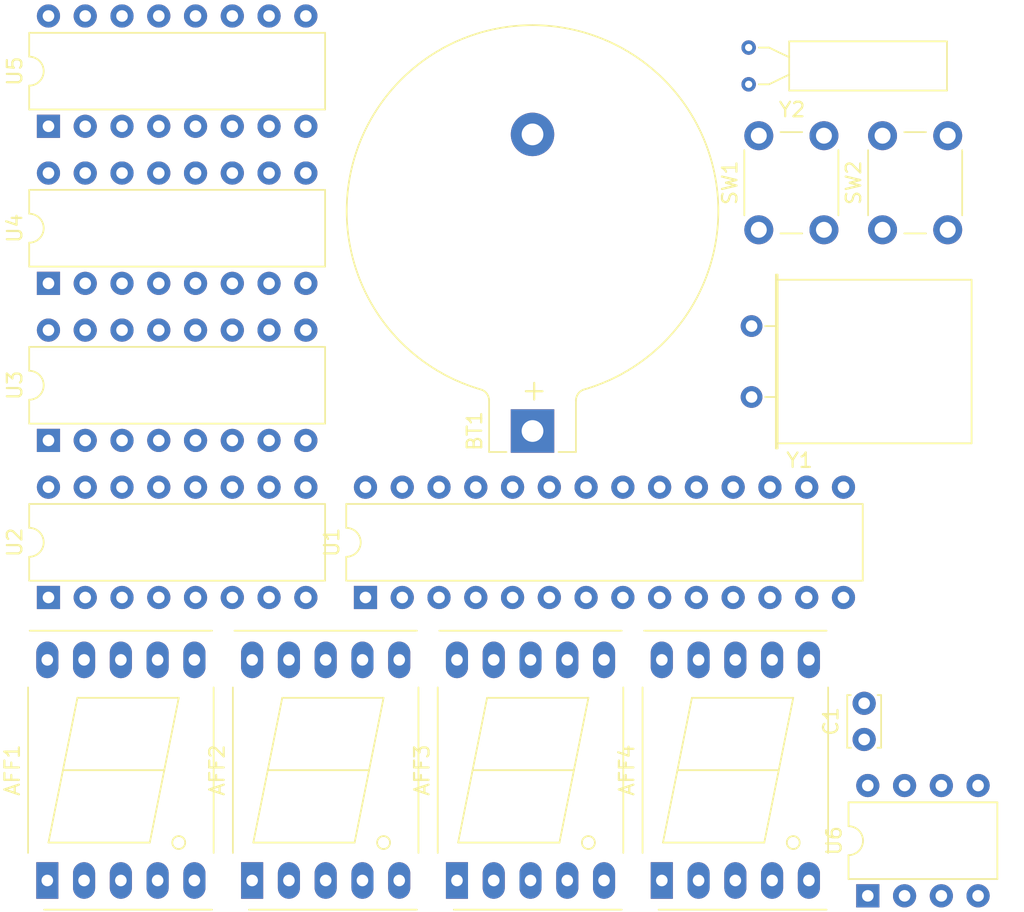
<source format=kicad_pcb>
(kicad_pcb (version 20221018) (generator pcbnew)
  (layers (0 "F.Cu" signal) (31 "B.Cu" signal) (34 "B.Paste" user) (35 "F.Paste" user) (36 "B.SilkS" user "B.Silkscreen") (37 "F.SilkS" user "F.Silkscreen") (38 "B.Mask" user) (39 "F.Mask" user) (44 "Edge.Cuts" user))
  (net 0 "")
  (net 1 "QE1")
  (net 2 "QD1")
  (net 4 "QC1")
  (net 6 "QB1")
  (net 7 "QA1")
  (net 8 "VCC")
  (net 9 "QF1")
  (net 10 "QG1")
  (net 11 "QE2")
  (net 12 "QD2")
  (net 14 "QC2")
  (net 16 "QB2")
  (net 17 "QA2")
  (net 18 "QF2")
  (net 19 "QG2")
  (net 20 "QE3")
  (net 21 "QD3")
  (net 23 "QC3")
  (net 25 "QB3")
  (net 26 "QA3")
  (net 27 "QF3")
  (net 28 "QG3")
  (net 29 "QE4")
  (net 30 "QD4")
  (net 32 "QC4")
  (net 34 "QB4")
  (net 35 "QA4")
  (net 36 "QF4")
  (net 37 "QG4")
  (net 38 "Net-(BT1-+)")
  (net 39 "GND")
  (net 40 "/AREF")
  (net 41 "buttonPowerPin")
  (net 42 "buttonDisplayPin")
  (net 44 "/D0")
  (net 45 "/D1")
  (net 46 "CE")
  (net 47 "IO")
  (net 48 "SCL")
  (net 49 "Net-(U1-XTAL1{slash}PB6)")
  (net 50 "Net-(U1-XTAL2{slash}PB7)")
  (net 51 "/D5")
  (net 52 "LATCH_PIN")
  (net 53 "/D9")
  (net 54 "/D10")
  (net 55 "DATA_PIN")
  (net 56 "CLK_PIN")
  (net 57 "/D13")
  (net 65 "DATA2")
  (net 66 "DATA1")
  (net 68 "DATA3")
  (net 72 "Net-(U6-X1)")
  (net 73 "Net-(U6-X2)")
  (net 74 "SCLK")
  (footprint "Package_DIP:DIP-8_W7.62mm" (layer "F.Cu") (at 160.591571 117.018429 90)
    (fp_text reference "U6" (at 3.81 -2.33 90) (layer "F.SilkS"))
    (fp_text value "DS1302+")
    (fp_line (start 1.16 -1.33) (end 1.16 8.95) (stroke (width 0.12)) (layer "F.SilkS"))
    (fp_line (start 1.16 8.95) (end 6.46 8.95) (stroke (width 0.12)) (layer "F.SilkS"))
    (fp_line (start 2.81 -1.33) (end 1.16 -1.33) (stroke (width 0.12)) (layer "F.SilkS"))
    (fp_line (start 6.46 -1.33) (end 4.81 -1.33) (stroke (width 0.12)) (layer "F.SilkS"))
    (fp_line (start 6.46 8.95) (end 6.46 -1.33) (stroke (width 0.12)) (layer "F.SilkS"))
    (fp_arc (start 4.81 -1.33) (mid 3.81 -0.33) (end 2.81 -1.33) (stroke (width 0.12)) (layer "F.SilkS"))
    (pad "1" thru_hole rect (at 0 0 90) (size 1.6 1.6) (drill 0.8) (layers "*.Cu" "*.Mask") (net 8 "VCC"))
    (pad "2" thru_hole oval (at 0 2.54 90) (size 1.6 1.6) (drill 0.8) (layers "*.Cu" "*.Mask") (net 72 "Net-(U6-X1)"))
    (pad "3" thru_hole oval (at 0 5.08 90) (size 1.6 1.6) (drill 0.8) (layers "*.Cu" "*.Mask") (net 73 "Net-(U6-X2)"))
    (pad "4" thru_hole oval (at 0 7.62 90) (size 1.6 1.6) (drill 0.8) (layers "*.Cu" "*.Mask") (net 39 "GND"))
    (pad "5" thru_hole oval (at 7.62 7.62 90) (size 1.6 1.6) (drill 0.8) (layers "*.Cu" "*.Mask") (net 46 "CE"))
    (pad "6" thru_hole oval (at 7.62 5.08 90) (size 1.6 1.6) (drill 0.8) (layers "*.Cu" "*.Mask") (net 47 "IO"))
    (pad "7" thru_hole oval (at 7.62 2.54 90) (size 1.6 1.6) (drill 0.8) (layers "*.Cu" "*.Mask") (net 74 "SCLK"))
    (pad "8" thru_hole oval (at 7.62 0 90) (size 1.6 1.6) (drill 0.8) (layers "*.Cu" "*.Mask") (net 38 "Net-(BT1-+)"))
  )
  (footprint "Crystal:Crystal_HC18-U_Horizontal" (layer "F.Cu") (at 152.561571 82.558429 90)
    (fp_text reference "Y1" (at -4.375 3.3125) (layer "F.SilkS"))
    (fp_text value "Crystal")
    (fp_line (start -3.55 1.68) (end 8.45 1.68) (stroke (width 0.12)) (layer "F.SilkS"))
    (fp_line (start -3.55 1.8) (end -3.55 1.68) (stroke (width 0.12)) (layer "F.SilkS"))
    (fp_line (start -3.2 1.8) (end -3.2 15.2) (stroke (width 0.12)) (layer "F.SilkS"))
    (fp_line (start -3.2 15.2) (end 8.1 15.2) (stroke (width 0.12)) (layer "F.SilkS"))
    (fp_line (start 0 0.95) (end 0 0.95) (stroke (width 0.12)) (layer "F.SilkS"))
    (fp_line (start 0 1.8) (end 0 0.95) (stroke (width 0.12)) (layer "F.SilkS"))
    (fp_line (start 4.9 0.95) (end 4.9 0.95) (stroke (width 0.12)) (layer "F.SilkS"))
    (fp_line (start 4.9 1.8) (end 4.9 0.95) (stroke (width 0.12)) (layer "F.SilkS"))
    (fp_line (start 8.1 1.8) (end -3.2 1.8) (stroke (width 0.12)) (layer "F.SilkS"))
    (fp_line (start 8.1 15.2) (end 8.1 1.8) (stroke (width 0.12)) (layer "F.SilkS"))
    (fp_line (start 8.45 1.68) (end 8.45 1.8) (stroke (width 0.12)) (layer "F.SilkS"))
    (fp_line (start 8.45 1.8) (end -3.55 1.8) (stroke (width 0.12)) (layer "F.SilkS"))
    (pad "1" thru_hole circle (at 0 0 90) (size 1.5 1.5) (drill 0.8) (layers "*.Cu" "*.Mask") (net 49 "Net-(U1-XTAL1{slash}PB6)"))
    (pad "2" thru_hole circle (at 4.9 0 90) (size 1.5 1.5) (drill 0.8) (layers "*.Cu" "*.Mask") (net 50 "Net-(U1-XTAL2{slash}PB7)"))
  )
  (footprint "Display_7Segment:7SegmentLED_LTS6760_LTS6780" (layer "F.Cu") (at 132.211571 115.958429 90)
    (fp_text reference "AFF3" (at 7.62 -2.42 90) (layer "F.SilkS"))
    (fp_text value "LTS-6960HR")
    (fp_line (start -2.015 -0.22) (end -2.015 11.38) (stroke (width 0.12)) (layer "F.SilkS"))
    (fp_line (start 1.905 -1.33) (end 13.335 -1.33) (stroke (width 0.12)) (layer "F.SilkS"))
    (fp_line (start 1.905 11.49) (end 13.335 11.49) (stroke (width 0.12)) (layer "F.SilkS"))
    (fp_line (start 2.62 0.08) (end 2.62 7.08) (stroke (width 0.12)) (layer "F.SilkS"))
    (fp_line (start 2.62 7.08) (end 7.62 8.08) (stroke (width 0.12)) (layer "F.SilkS"))
    (fp_line (start 7.62 1.08) (end 2.62 0.08) (stroke (width 0.12)) (layer "F.SilkS"))
    (fp_line (start 7.62 8.08) (end 7.62 1.08) (stroke (width 0.12)) (layer "F.SilkS"))
    (fp_line (start 12.62 2.08) (end 7.62 1.08) (stroke (width 0.12)) (layer "F.SilkS"))
    (fp_line (start 12.62 2.08) (end 12.62 9.08) (stroke (width 0.12)) (layer "F.SilkS"))
    (fp_line (start 12.62 9.08) (end 7.62 8.08) (stroke (width 0.12)) (layer "F.SilkS"))
    (fp_line (start 17.255 11.38) (end 17.255 -1.22) (stroke (width 0.12)) (layer "F.SilkS"))
    (fp_circle (center 2.62 9.08) (end 3.067214 9.08) (stroke (width 0.12)) (fill none) (layer "F.SilkS"))
    (pad "1" thru_hole rect (at 0 0) (size 1.524 2.524) (drill 0.8) (layers "*.Cu" "*.Mask") (net 20 "QE3"))
    (pad "2" thru_hole oval (at 0 2.54) (size 1.524 2.524) (drill 0.8) (layers "*.Cu" "*.Mask") (net 21 "QD3"))
    (pad "3" thru_hole oval (at 0 5.08) (size 1.524 2.524) (drill 0.8) (layers "*.Cu" "*.Mask"))
    (pad "4" thru_hole oval (at 0 7.62) (size 1.524 2.524) (drill 0.8) (layers "*.Cu" "*.Mask") (net 23 "QC3"))
    (pad "5" thru_hole oval (at 0 10.16) (size 1.524 2.524) (drill 0.8) (layers "*.Cu" "*.Mask"))
    (pad "6" thru_hole oval (at 15.24 10.16) (size 1.524 2.524) (drill 0.8) (layers "*.Cu" "*.Mask") (net 25 "QB3"))
    (pad "7" thru_hole oval (at 15.24 7.62) (size 1.524 2.524) (drill 0.8) (layers "*.Cu" "*.Mask") (net 26 "QA3"))
    (pad "8" thru_hole oval (at 15.24 5.08) (size 1.524 2.524) (drill 0.8) (layers "*.Cu" "*.Mask") (net 8 "VCC"))
    (pad "9" thru_hole oval (at 15.24 2.54) (size 1.524 2.524) (drill 0.8) (layers "*.Cu" "*.Mask") (net 27 "QF3"))
    (pad "10" thru_hole oval (at 15.24 0) (size 1.524 2.524) (drill 0.8) (layers "*.Cu" "*.Mask") (net 28 "QG3"))
  )
  (footprint "Button_Switch_THT:SW_PUSH_6mm_H8mm" (layer "F.Cu") (at 161.611571 71.008429 90)
    (fp_text reference "SW2" (at 3.25 -2 90) (layer "F.SilkS"))
    (fp_text value "SW_Push")
    (fp_line (start -0.25 1.5) (end -0.25 3) (stroke (width 0.12)) (layer "F.SilkS"))
    (fp_line (start 1 5.5) (end 5.5 5.5) (stroke (width 0.12)) (layer "F.SilkS"))
    (fp_line (start 5.5 -1) (end 1 -1) (stroke (width 0.12)) (layer "F.SilkS"))
    (fp_line (start 6.75 3) (end 6.75 1.5) (stroke (width 0.12)) (layer "F.SilkS"))
    (pad "1" thru_hole circle (at 0 0 180) (size 2 2) (drill 1.1) (layers "*.Cu" "*.Mask") (net 39 "GND"))
    (pad "1" thru_hole circle (at 6.5 0 180) (size 2 2) (drill 1.1) (layers "*.Cu" "*.Mask") (net 39 "GND"))
    (pad "2" thru_hole circle (at 0 4.5 180) (size 2 2) (drill 1.1) (layers "*.Cu" "*.Mask") (net 42 "buttonDisplayPin"))
    (pad "2" thru_hole circle (at 6.5 4.5 180) (size 2 2) (drill 1.1) (layers "*.Cu" "*.Mask") (net 42 "buttonDisplayPin"))
  )
  (footprint "Crystal:Crystal_AT310_D3.0mm_L10.0mm_Horizontal" (layer "F.Cu") (at 152.361571 60.958429 90)
    (fp_text reference "Y2" (at -1.75 3) (layer "F.SilkS"))
    (fp_text value "Crystal")
    (fp_line (start -0.43 2.8) (end -0.43 13.7) (stroke (width 0.12)) (layer "F.SilkS"))
    (fp_line (start -0.43 13.7) (end 2.97 13.7) (stroke (width 0.12)) (layer "F.SilkS"))
    (fp_line (start 0 1.4) (end 0 0.7) (stroke (width 0.12)) (layer "F.SilkS"))
    (fp_line (start 0.67 2.8) (end 0 1.4) (stroke (width 0.12)) (layer "F.SilkS"))
    (fp_line (start 1.87 2.8) (end 2.54 1.4) (stroke (width 0.12)) (layer "F.SilkS"))
    (fp_line (start 2.54 1.4) (end 2.54 0.7) (stroke (width 0.12)) (layer "F.SilkS"))
    (fp_line (start 2.97 2.8) (end -0.43 2.8) (stroke (width 0.12)) (layer "F.SilkS"))
    (fp_line (start 2.97 13.7) (end 2.97 2.8) (stroke (width 0.12)) (layer "F.SilkS"))
    (pad "1" thru_hole circle (at 0 0 90) (size 1 1) (drill 0.5) (layers "*.Cu" "*.Mask") (net 73 "Net-(U6-X2)"))
    (pad "2" thru_hole circle (at 2.54 0 90) (size 1 1) (drill 0.5) (layers "*.Cu" "*.Mask") (net 72 "Net-(U6-X1)"))
  )
  (footprint "Package_DIP:DIP-16_W7.62mm" (layer "F.Cu") (at 103.991571 74.708429 90)
    (fp_text reference "U4" (at 3.81 -2.33 90) (layer "F.SilkS"))
    (fp_text value "74HC595")
    (fp_line (start 1.16 -1.33) (end 1.16 19.11) (stroke (width 0.12)) (layer "F.SilkS"))
    (fp_line (start 1.16 19.11) (end 6.46 19.11) (stroke (width 0.12)) (layer "F.SilkS"))
    (fp_line (start 2.81 -1.33) (end 1.16 -1.33) (stroke (width 0.12)) (layer "F.SilkS"))
    (fp_line (start 6.46 -1.33) (end 4.81 -1.33) (stroke (width 0.12)) (layer "F.SilkS"))
    (fp_line (start 6.46 19.11) (end 6.46 -1.33) (stroke (width 0.12)) (layer "F.SilkS"))
    (fp_arc (start 4.81 -1.33) (mid 3.81 -0.33) (end 2.81 -1.33) (stroke (width 0.12)) (layer "F.SilkS"))
    (pad "1" thru_hole rect (at 0 0 90) (size 1.6 1.6) (drill 0.8) (layers "*.Cu" "*.Mask") (net 6 "QB1"))
    (pad "2" thru_hole oval (at 0 2.54 90) (size 1.6 1.6) (drill 0.8) (layers "*.Cu" "*.Mask") (net 4 "QC1"))
    (pad "3" thru_hole oval (at 0 5.08 90) (size 1.6 1.6) (drill 0.8) (layers "*.Cu" "*.Mask") (net 2 "QD1"))
    (pad "4" thru_hole oval (at 0 7.62 90) (size 1.6 1.6) (drill 0.8) (layers "*.Cu" "*.Mask") (net 1 "QE1"))
    (pad "5" thru_hole oval (at 0 10.16 90) (size 1.6 1.6) (drill 0.8) (layers "*.Cu" "*.Mask") (net 9 "QF1"))
    (pad "6" thru_hole oval (at 0 12.7 90) (size 1.6 1.6) (drill 0.8) (layers "*.Cu" "*.Mask") (net 10 "QG1"))
    (pad "7" thru_hole oval (at 0 15.24 90) (size 1.6 1.6) (drill 0.8) (layers "*.Cu" "*.Mask"))
    (pad "8" thru_hole oval (at 0 17.78 90) (size 1.6 1.6) (drill 0.8) (layers "*.Cu" "*.Mask") (net 39 "GND"))
    (pad "9" thru_hole oval (at 7.62 17.78 90) (size 1.6 1.6) (drill 0.8) (layers "*.Cu" "*.Mask"))
    (pad "10" thru_hole oval (at 7.62 15.24 90) (size 1.6 1.6) (drill 0.8) (layers "*.Cu" "*.Mask") (net 8 "VCC"))
    (pad "11" thru_hole oval (at 7.62 12.7 90) (size 1.6 1.6) (drill 0.8) (layers "*.Cu" "*.Mask") (net 56 "CLK_PIN"))
    (pad "12" thru_hole oval (at 7.62 10.16 90) (size 1.6 1.6) (drill 0.8) (layers "*.Cu" "*.Mask") (net 56 "CLK_PIN"))
    (pad "13" thru_hole oval (at 7.62 7.62 90) (size 1.6 1.6) (drill 0.8) (layers "*.Cu" "*.Mask") (net 39 "GND"))
    (pad "14" thru_hole oval (at 7.62 5.08 90) (size 1.6 1.6) (drill 0.8) (layers "*.Cu" "*.Mask") (net 68 "DATA3"))
    (pad "15" thru_hole oval (at 7.62 2.54 90) (size 1.6 1.6) (drill 0.8) (layers "*.Cu" "*.Mask") (net 7 "QA1"))
    (pad "16" thru_hole oval (at 7.62 0 90) (size 1.6 1.6) (drill 0.8) (layers "*.Cu" "*.Mask") (net 8 "VCC"))
  )
  (footprint "Package_DIP:DIP-16_W7.62mm" (layer "F.Cu") (at 103.991571 63.858429 90)
    (fp_text reference "U5" (at 3.81 -2.33 90) (layer "F.SilkS"))
    (fp_text value "74HC595")
    (fp_line (start 1.16 -1.33) (end 1.16 19.11) (stroke (width 0.12)) (layer "F.SilkS"))
    (fp_line (start 1.16 19.11) (end 6.46 19.11) (stroke (width 0.12)) (layer "F.SilkS"))
    (fp_line (start 2.81 -1.33) (end 1.16 -1.33) (stroke (width 0.12)) (layer "F.SilkS"))
    (fp_line (start 6.46 -1.33) (end 4.81 -1.33) (stroke (width 0.12)) (layer "F.SilkS"))
    (fp_line (start 6.46 19.11) (end 6.46 -1.33) (stroke (width 0.12)) (layer "F.SilkS"))
    (fp_arc (start 4.81 -1.33) (mid 3.81 -0.33) (end 2.81 -1.33) (stroke (width 0.12)) (layer "F.SilkS"))
    (pad "1" thru_hole rect (at 0 0 90) (size 1.6 1.6) (drill 0.8) (layers "*.Cu" "*.Mask") (net 34 "QB4"))
    (pad "2" thru_hole oval (at 0 2.54 90) (size 1.6 1.6) (drill 0.8) (layers "*.Cu" "*.Mask") (net 32 "QC4"))
    (pad "3" thru_hole oval (at 0 5.08 90) (size 1.6 1.6) (drill 0.8) (layers "*.Cu" "*.Mask") (net 30 "QD4"))
    (pad "4" thru_hole oval (at 0 7.62 90) (size 1.6 1.6) (drill 0.8) (layers "*.Cu" "*.Mask") (net 29 "QE4"))
    (pad "5" thru_hole oval (at 0 10.16 90) (size 1.6 1.6) (drill 0.8) (layers "*.Cu" "*.Mask") (net 36 "QF4"))
    (pad "6" thru_hole oval (at 0 12.7 90) (size 1.6 1.6) (drill 0.8) (layers "*.Cu" "*.Mask") (net 37 "QG4"))
    (pad "7" thru_hole oval (at 0 15.24 90) (size 1.6 1.6) (drill 0.8) (layers "*.Cu" "*.Mask"))
    (pad "8" thru_hole oval (at 0 17.78 90) (size 1.6 1.6) (drill 0.8) (layers "*.Cu" "*.Mask") (net 39 "GND"))
    (pad "9" thru_hole oval (at 7.62 17.78 90) (size 1.6 1.6) (drill 0.8) (layers "*.Cu" "*.Mask") (net 66 "DATA1"))
    (pad "10" thru_hole oval (at 7.62 15.24 90) (size 1.6 1.6) (drill 0.8) (layers "*.Cu" "*.Mask") (net 8 "VCC"))
    (pad "11" thru_hole oval (at 7.62 12.7 90) (size 1.6 1.6) (drill 0.8) (layers "*.Cu" "*.Mask") (net 56 "CLK_PIN"))
    (pad "12" thru_hole oval (at 7.62 10.16 90) (size 1.6 1.6) (drill 0.8) (layers "*.Cu" "*.Mask") (net 52 "LATCH_PIN"))
    (pad "13" thru_hole oval (at 7.62 7.62 90) (size 1.6 1.6) (drill 0.8) (layers "*.Cu" "*.Mask") (net 39 "GND"))
    (pad "14" thru_hole oval (at 7.62 5.08 90) (size 1.6 1.6) (drill 0.8) (layers "*.Cu" "*.Mask") (net 55 "DATA_PIN"))
    (pad "15" thru_hole oval (at 7.62 2.54 90) (size 1.6 1.6) (drill 0.8) (layers "*.Cu" "*.Mask") (net 35 "QA4"))
    (pad "16" thru_hole oval (at 7.62 0 90) (size 1.6 1.6) (drill 0.8) (layers "*.Cu" "*.Mask") (net 8 "VCC"))
  )
  (footprint "Button_Switch_THT:SW_PUSH_6mm_H8mm" (layer "F.Cu") (at 153.061571 71.008429 90)
    (fp_text reference "SW1" (at 3.25 -2 90) (layer "F.SilkS"))
    (fp_text value "SW_Push")
    (fp_line (start -0.25 1.5) (end -0.25 3) (stroke (width 0.12)) (layer "F.SilkS"))
    (fp_line (start 1 5.5) (end 5.5 5.5) (stroke (width 0.12)) (layer "F.SilkS"))
    (fp_line (start 5.5 -1) (end 1 -1) (stroke (width 0.12)) (layer "F.SilkS"))
    (fp_line (start 6.75 3) (end 6.75 1.5) (stroke (width 0.12)) (layer "F.SilkS"))
    (pad "1" thru_hole circle (at 0 0 180) (size 2 2) (drill 1.1) (layers "*.Cu" "*.Mask") (net 39 "GND"))
    (pad "1" thru_hole circle (at 6.5 0 180) (size 2 2) (drill 1.1) (layers "*.Cu" "*.Mask") (net 39 "GND"))
    (pad "2" thru_hole circle (at 0 4.5 180) (size 2 2) (drill 1.1) (layers "*.Cu" "*.Mask") (net 41 "buttonPowerPin"))
    (pad "2" thru_hole circle (at 6.5 4.5 180) (size 2 2) (drill 1.1) (layers "*.Cu" "*.Mask") (net 41 "buttonPowerPin"))
  )
  (footprint "Capacitor_THT:C_Disc_D3.4mm_W2.1mm_P2.50mm" (layer "F.Cu") (at 160.341571 106.218429 90)
    (fp_text reference "C1" (at 1.25 -2.3 90) (layer "F.SilkS"))
    (fp_text value "0.1uF")
    (fp_line (start -0.57 -1.17) (end -0.57 -0.925) (stroke (width 0.12)) (layer "F.SilkS"))
    (fp_line (start -0.57 -1.17) (end 3.07 -1.17) (stroke (width 0.12)) (layer "F.SilkS"))
    (fp_line (start -0.57 0.925) (end -0.57 1.17) (stroke (width 0.12)) (layer "F.SilkS"))
    (fp_line (start -0.57 1.17) (end 3.07 1.17) (stroke (width 0.12)) (layer "F.SilkS"))
    (fp_line (start 3.07 -1.17) (end 3.07 -0.925) (stroke (width 0.12)) (layer "F.SilkS"))
    (fp_line (start 3.07 0.925) (end 3.07 1.17) (stroke (width 0.12)) (layer "F.SilkS"))
    (pad "1" thru_hole circle (at 0 0 90) (size 1.6 1.6) (drill 0.8) (layers "*.Cu" "*.Mask") (net 40 "/AREF"))
    (pad "2" thru_hole circle (at 2.5 0 90) (size 1.6 1.6) (drill 0.8) (layers "*.Cu" "*.Mask") (net 39 "GND"))
  )
  (footprint "Display_7Segment:7SegmentLED_LTS6760_LTS6780" (layer "F.Cu") (at 103.911571 115.958429 90)
    (fp_text reference "AFF1" (at 7.62 -2.42 90) (layer "F.SilkS"))
    (fp_text value "LTS-6960HR")
    (fp_line (start -2.015 -0.22) (end -2.015 11.38) (stroke (width 0.12)) (layer "F.SilkS"))
    (fp_line (start 1.905 -1.33) (end 13.335 -1.33) (stroke (width 0.12)) (layer "F.SilkS"))
    (fp_line (start 1.905 11.49) (end 13.335 11.49) (stroke (width 0.12)) (layer "F.SilkS"))
    (fp_line (start 2.62 0.08) (end 2.62 7.08) (stroke (width 0.12)) (layer "F.SilkS"))
    (fp_line (start 2.62 7.08) (end 7.62 8.08) (stroke (width 0.12)) (layer "F.SilkS"))
    (fp_line (start 7.62 1.08) (end 2.62 0.08) (stroke (width 0.12)) (layer "F.SilkS"))
    (fp_line (start 7.62 8.08) (end 7.62 1.08) (stroke (width 0.12)) (layer "F.SilkS"))
    (fp_line (start 12.62 2.08) (end 7.62 1.08) (stroke (width 0.12)) (layer "F.SilkS"))
    (fp_line (start 12.62 2.08) (end 12.62 9.08) (stroke (width 0.12)) (layer "F.SilkS"))
    (fp_line (start 12.62 9.08) (end 7.62 8.08) (stroke (width 0.12)) (layer "F.SilkS"))
    (fp_line (start 17.255 11.38) (end 17.255 -1.22) (stroke (width 0.12)) (layer "F.SilkS"))
    (fp_circle (center 2.62 9.08) (end 3.067214 9.08) (stroke (width 0.12)) (fill none) (layer "F.SilkS"))
    (pad "1" thru_hole rect (at 0 0) (size 1.524 2.524) (drill 0.8) (layers "*.Cu" "*.Mask") (net 1 "QE1"))
    (pad "2" thru_hole oval (at 0 2.54) (size 1.524 2.524) (drill 0.8) (layers "*.Cu" "*.Mask") (net 2 "QD1"))
    (pad "3" thru_hole oval (at 0 5.08) (size 1.524 2.524) (drill 0.8) (layers "*.Cu" "*.Mask"))
    (pad "4" thru_hole oval (at 0 7.62) (size 1.524 2.524) (drill 0.8) (layers "*.Cu" "*.Mask") (net 4 "QC1"))
    (pad "5" thru_hole oval (at 0 10.16) (size 1.524 2.524) (drill 0.8) (layers "*.Cu" "*.Mask"))
    (pad "6" thru_hole oval (at 15.24 10.16) (size 1.524 2.524) (drill 0.8) (layers "*.Cu" "*.Mask") (net 6 "QB1"))
    (pad "7" thru_hole oval (at 15.24 7.62) (size 1.524 2.524) (drill 0.8) (layers "*.Cu" "*.Mask") (net 7 "QA1"))
    (pad "8" thru_hole oval (at 15.24 5.08) (size 1.524 2.524) (drill 0.8) (layers "*.Cu" "*.Mask") (net 8 "VCC"))
    (pad "9" thru_hole oval (at 15.24 2.54) (size 1.524 2.524) (drill 0.8) (layers "*.Cu" "*.Mask") (net 9 "QF1"))
    (pad "10" thru_hole oval (at 15.24 0) (size 1.524 2.524) (drill 0.8) (layers "*.Cu" "*.Mask") (net 10 "QG1"))
  )
  (footprint "Package_DIP:DIP-28_W7.62mm" (layer "F.Cu") (at 125.891571 96.408429 90)
    (fp_text reference "U1" (at 3.81 -2.33 90) (layer "F.SilkS"))
    (fp_text value "ATmega328P-P")
    (fp_line (start 1.16 -1.33) (end 1.16 34.35) (stroke (width 0.12)) (layer "F.SilkS"))
    (fp_line (start 1.16 34.35) (end 6.46 34.35) (stroke (width 0.12)) (layer "F.SilkS"))
    (fp_line (start 2.81 -1.33) (end 1.16 -1.33) (stroke (width 0.12)) (layer "F.SilkS"))
    (fp_line (start 6.46 -1.33) (end 4.81 -1.33) (stroke (width 0.12)) (layer "F.SilkS"))
    (fp_line (start 6.46 34.35) (end 6.46 -1.33) (stroke (width 0.12)) (layer "F.SilkS"))
    (fp_arc (start 4.81 -1.33) (mid 3.81 -0.33) (end 2.81 -1.33) (stroke (width 0.12)) (layer "F.SilkS"))
    (pad "1" thru_hole rect (at 0 0 90) (size 1.6 1.6) (drill 0.8) (layers "*.Cu" "*.Mask"))
    (pad "2" thru_hole oval (at 0 2.54 90) (size 1.6 1.6) (drill 0.8) (layers "*.Cu" "*.Mask") (net 44 "/D0"))
    (pad "3" thru_hole oval (at 0 5.08 90) (size 1.6 1.6) (drill 0.8) (layers "*.Cu" "*.Mask") (net 45 "/D1"))
    (pad "4" thru_hole oval (at 0 7.62 90) (size 1.6 1.6) (drill 0.8) (layers "*.Cu" "*.Mask") (net 46 "CE"))
    (pad "5" thru_hole oval (at 0 10.16 90) (size 1.6 1.6) (drill 0.8) (layers "*.Cu" "*.Mask") (net 47 "IO"))
    (pad "6" thru_hole oval (at 0 12.7 90) (size 1.6 1.6) (drill 0.8) (layers "*.Cu" "*.Mask") (net 48 "SCL"))
    (pad "7" thru_hole oval (at 0 15.24 90) (size 1.6 1.6) (drill 0.8) (layers "*.Cu" "*.Mask") (net 8 "VCC"))
    (pad "8" thru_hole oval (at 0 17.78 90) (size 1.6 1.6) (drill 0.8) (layers "*.Cu" "*.Mask") (net 39 "GND"))
    (pad "9" thru_hole oval (at 0 20.32 90) (size 1.6 1.6) (drill 0.8) (layers "*.Cu" "*.Mask") (net 49 "Net-(U1-XTAL1{slash}PB6)"))
    (pad "10" thru_hole oval (at 0 22.86 90) (size 1.6 1.6) (drill 0.8) (layers "*.Cu" "*.Mask") (net 50 "Net-(U1-XTAL2{slash}PB7)"))
    (pad "11" thru_hole oval (at 0 25.4 90) (size 1.6 1.6) (drill 0.8) (layers "*.Cu" "*.Mask") (net 51 "/D5"))
    (pad "12" thru_hole oval (at 0 27.94 90) (size 1.6 1.6) (drill 0.8) (layers "*.Cu" "*.Mask") (net 42 "buttonDisplayPin"))
    (pad "13" thru_hole oval (at 0 30.48 90) (size 1.6 1.6) (drill 0.8) (layers "*.Cu" "*.Mask") (net 41 "buttonPowerPin"))
    (pad "14" thru_hole oval (at 0 33.02 90) (size 1.6 1.6) (drill 0.8) (layers "*.Cu" "*.Mask") (net 52 "LATCH_PIN"))
    (pad "15" thru_hole oval (at 7.62 33.02 90) (size 1.6 1.6) (drill 0.8) (layers "*.Cu" "*.Mask") (net 53 "/D9"))
    (pad "16" thru_hole oval (at 7.62 30.48 90) (size 1.6 1.6) (drill 0.8) (layers "*.Cu" "*.Mask") (net 54 "/D10"))
    (pad "17" thru_hole oval (at 7.62 27.94 90) (size 1.6 1.6) (drill 0.8) (layers "*.Cu" "*.Mask") (net 55 "DATA_PIN"))
    (pad "18" thru_hole oval (at 7.62 25.4 90) (size 1.6 1.6) (drill 0.8) (layers "*.Cu" "*.Mask") (net 56 "CLK_PIN"))
    (pad "19" thru_hole oval (at 7.62 22.86 90) (size 1.6 1.6) (drill 0.8) (layers "*.Cu" "*.Mask") (net 57 "/D13"))
    (pad "20" thru_hole oval (at 7.62 20.32 90) (size 1.6 1.6) (drill 0.8) (layers "*.Cu" "*.Mask") (net 8 "VCC"))
    (pad "21" thru_hole oval (at 7.62 17.78 90) (size 1.6 1.6) (drill 0.8) (layers "*.Cu" "*.Mask") (net 40 "/AREF"))
    (pad "22" thru_hole oval (at 7.62 15.24 90) (size 1.6 1.6) (drill 0.8) (layers "*.Cu" "*.Mask") (net 39 "GND"))
    (pad "23" thru_hole oval (at 7.62 12.7 90) (size 1.6 1.6) (drill 0.8) (layers "*.Cu" "*.Mask"))
    (pad "24" thru_hole oval (at 7.62 10.16 90) (size 1.6 1.6) (drill 0.8) (layers "*.Cu" "*.Mask"))
    (pad "25" thru_hole oval (at 7.62 7.62 90) (size 1.6 1.6) (drill 0.8) (layers "*.Cu" "*.Mask"))
    (pad "26" thru_hole oval (at 7.62 5.08 90) (size 1.6 1.6) (drill 0.8) (layers "*.Cu" "*.Mask"))
    (pad "27" thru_hole oval (at 7.62 2.54 90) (size 1.6 1.6) (drill 0.8) (layers "*.Cu" "*.Mask"))
    (pad "28" thru_hole oval (at 7.62 0 90) (size 1.6 1.6) (drill 0.8) (layers "*.Cu" "*.Mask"))
  )
  (footprint "Package_DIP:DIP-16_W7.62mm" (layer "F.Cu") (at 103.991571 96.408429 90)
    (fp_text reference "U2" (at 3.81 -2.33 90) (layer "F.SilkS"))
    (fp_text value "74HC595")
    (fp_line (start 1.16 -1.33) (end 1.16 19.11) (stroke (width 0.12)) (layer "F.SilkS"))
    (fp_line (start 1.16 19.11) (end 6.46 19.11) (stroke (width 0.12)) (layer "F.SilkS"))
    (fp_line (start 2.81 -1.33) (end 1.16 -1.33) (stroke (width 0.12)) (layer "F.SilkS"))
    (fp_line (start 6.46 -1.33) (end 4.81 -1.33) (stroke (width 0.12)) (layer "F.SilkS"))
    (fp_line (start 6.46 19.11) (end 6.46 -1.33) (stroke (width 0.12)) (layer "F.SilkS"))
    (fp_arc (start 4.81 -1.33) (mid 3.81 -0.33) (end 2.81 -1.33) (stroke (width 0.12)) (layer "F.SilkS"))
    (pad "1" thru_hole rect (at 0 0 90) (size 1.6 1.6) (drill 0.8) (layers "*.Cu" "*.Mask") (net 25 "QB3"))
    (pad "2" thru_hole oval (at 0 2.54 90) (size 1.6 1.6) (drill 0.8) (layers "*.Cu" "*.Mask") (net 23 "QC3"))
    (pad "3" thru_hole oval (at 0 5.08 90) (size 1.6 1.6) (drill 0.8) (layers "*.Cu" "*.Mask") (net 21 "QD3"))
    (pad "4" thru_hole oval (at 0 7.62 90) (size 1.6 1.6) (drill 0.8) (layers "*.Cu" "*.Mask") (net 20 "QE3"))
    (pad "5" thru_hole oval (at 0 10.16 90) (size 1.6 1.6) (drill 0.8) (layers "*.Cu" "*.Mask") (net 27 "QF3"))
    (pad "6" thru_hole oval (at 0 12.7 90) (size 1.6 1.6) (drill 0.8) (layers "*.Cu" "*.Mask") (net 28 "QG3"))
    (pad "7" thru_hole oval (at 0 15.24 90) (size 1.6 1.6) (drill 0.8) (layers "*.Cu" "*.Mask"))
    (pad "8" thru_hole oval (at 0 17.78 90) (size 1.6 1.6) (drill 0.8) (layers "*.Cu" "*.Mask") (net 39 "GND"))
    (pad "9" thru_hole oval (at 7.62 17.78 90) (size 1.6 1.6) (drill 0.8) (layers "*.Cu" "*.Mask") (net 65 "DATA2"))
    (pad "10" thru_hole oval (at 7.62 15.24 90) (size 1.6 1.6) (drill 0.8) (layers "*.Cu" "*.Mask") (net 8 "VCC"))
    (pad "11" thru_hole oval (at 7.62 12.7 90) (size 1.6 1.6) (drill 0.8) (layers "*.Cu" "*.Mask") (net 56 "CLK_PIN"))
    (pad "12" thru_hole oval (at 7.62 10.16 90) (size 1.6 1.6) (drill 0.8) (layers "*.Cu" "*.Mask") (net 56 "CLK_PIN"))
    (pad "13" thru_hole oval (at 7.62 7.62 90) (size 1.6 1.6) (drill 0.8) (layers "*.Cu" "*.Mask") (net 39 "GND"))
    (pad "14" thru_hole oval (at 7.62 5.08 90) (size 1.6 1.6) (drill 0.8) (layers "*.Cu" "*.Mask") (net 66 "DATA1"))
    (pad "15" thru_hole oval (at 7.62 2.54 90) (size 1.6 1.6) (drill 0.8) (layers "*.Cu" "*.Mask") (net 26 "QA3"))
    (pad "16" thru_hole oval (at 7.62 0 90) (size 1.6 1.6) (drill 0.8) (layers "*.Cu" "*.Mask") (net 8 "VCC"))
  )
  (footprint "Display_7Segment:7SegmentLED_LTS6760_LTS6780" (layer "F.Cu") (at 118.061571 115.958429 90)
    (fp_text reference "AFF2" (at 7.62 -2.42 90) (layer "F.SilkS"))
    (fp_text value "LTS-6960HR")
    (fp_line (start -2.015 -0.22) (end -2.015 11.38) (stroke (width 0.12)) (layer "F.SilkS"))
    (fp_line (start 1.905 -1.33) (end 13.335 -1.33) (stroke (width 0.12)) (layer "F.SilkS"))
    (fp_line (start 1.905 11.49) (end 13.335 11.49) (stroke (width 0.12)) (layer "F.SilkS"))
    (fp_line (start 2.62 0.08) (end 2.62 7.08) (stroke (width 0.12)) (layer "F.SilkS"))
    (fp_line (start 2.62 7.08) (end 7.62 8.08) (stroke (width 0.12)) (layer "F.SilkS"))
    (fp_line (start 7.62 1.08) (end 2.62 0.08) (stroke (width 0.12)) (layer "F.SilkS"))
    (fp_line (start 7.62 8.08) (end 7.62 1.08) (stroke (width 0.12)) (layer "F.SilkS"))
    (fp_line (start 12.62 2.08) (end 7.62 1.08) (stroke (width 0.12)) (layer "F.SilkS"))
    (fp_line (start 12.62 2.08) (end 12.62 9.08) (stroke (width 0.12)) (layer "F.SilkS"))
    (fp_line (start 12.62 9.08) (end 7.62 8.08) (stroke (width 0.12)) (layer "F.SilkS"))
    (fp_line (start 17.255 11.38) (end 17.255 -1.22) (stroke (width 0.12)) (layer "F.SilkS"))
    (fp_circle (center 2.62 9.08) (end 3.067214 9.08) (stroke (width 0.12)) (fill none) (layer "F.SilkS"))
    (pad "1" thru_hole rect (at 0 0) (size 1.524 2.524) (drill 0.8) (layers "*.Cu" "*.Mask") (net 11 "QE2"))
    (pad "2" thru_hole oval (at 0 2.54) (size 1.524 2.524) (drill 0.8) (layers "*.Cu" "*.Mask") (net 12 "QD2"))
    (pad "3" thru_hole oval (at 0 5.08) (size 1.524 2.524) (drill 0.8) (layers "*.Cu" "*.Mask"))
    (pad "4" thru_hole oval (at 0 7.62) (size 1.524 2.524) (drill 0.8) (layers "*.Cu" "*.Mask") (net 14 "QC2"))
    (pad "5" thru_hole oval (at 0 10.16) (size 1.524 2.524) (drill 0.8) (layers "*.Cu" "*.Mask"))
    (pad "6" thru_hole oval (at 15.24 10.16) (size 1.524 2.524) (drill 0.8) (layers "*.Cu" "*.Mask") (net 16 "QB2"))
    (pad "7" thru_hole oval (at 15.24 7.62) (size 1.524 2.524) (drill 0.8) (layers "*.Cu" "*.Mask") (net 17 "QA2"))
    (pad "8" thru_hole oval (at 15.24 5.08) (size 1.524 2.524) (drill 0.8) (layers "*.Cu" "*.Mask") (net 8 "VCC"))
    (pad "9" thru_hole oval (at 15.24 2.54) (size 1.524 2.524) (drill 0.8) (layers "*.Cu" "*.Mask") (net 18 "QF2"))
    (pad "10" thru_hole oval (at 15.24 0) (size 1.524 2.524) (drill 0.8) (layers "*.Cu" "*.Mask") (net 19 "QG2"))
  )
  (footprint "Battery:BatteryHolder_Keystone_104_1x23mm" (layer "F.Cu") (at 137.43 84.908429 90)
    (fp_text reference "BT1" (at 0 -4 90) (layer "F.SilkS"))
    (fp_text value "Battery_Cell")
    (fp_text user "+" (at 2.75 0 90) (layer "F.SilkS") (effects (font (size 1.5 1.5))))
    (fp_line (start -1.45 -3) (end 2.1 -3) (stroke (width 0.12)) (layer "F.SilkS"))
    (fp_line (start -1.45 -1.8) (end -1.45 -3) (stroke (width 0.12)) (layer "F.SilkS"))
    (fp_line (start -1.45 1.8) (end -1.45 3) (stroke (width 0.12)) (layer "F.SilkS"))
    (fp_line (start -1.45 3) (end 2.1 3) (stroke (width 0.12)) (layer "F.SilkS"))
    (fp_arc (start 2.1 3) (mid 2.550694 3.136459) (end 2.85 3.5) (stroke (width 0.12)) (layer "F.SilkS"))
    (fp_arc (start 2.85 -3.5) (mid 2.550694 -3.136459) (end 2.1 -3) (stroke (width 0.12)) (layer "F.SilkS"))
    (fp_arc (start 2.85 -3.5) (mid 16.966716 -12.714122) (end 28.03617 0) (stroke (width 0.12)) (layer "F.SilkS"))
    (fp_arc (start 28.03617 0) (mid 16.966716 12.714122) (end 2.85 3.5) (stroke (width 0.12)) (layer "F.SilkS"))
    (pad "1" thru_hole rect (at 0 0 90) (size 3 3) (drill 1.5) (layers "*.Cu" "*.Mask") (net 38 "Net-(BT1-+)"))
    (pad "2" thru_hole circle (at 20.49 0 90) (size 3 3) (drill 1.5) (layers "*.Cu" "*.Mask") (net 39 "GND"))
  )
  (footprint "Package_DIP:DIP-16_W7.62mm" (layer "F.Cu") (at 103.991571 85.558429 90)
    (fp_text reference "U3" (at 3.81 -2.33 90) (layer "F.SilkS"))
    (fp_text value "74HC595")
    (fp_line (start 1.16 -1.33) (end 1.16 19.11) (stroke (width 0.12)) (layer "F.SilkS"))
    (fp_line (start 1.16 19.11) (end 6.46 19.11) (stroke (width 0.12)) (layer "F.SilkS"))
    (fp_line (start 2.81 -1.33) (end 1.16 -1.33) (stroke (width 0.12)) (layer "F.SilkS"))
    (fp_line (start 6.46 -1.33) (end 4.81 -1.33) (stroke (width 0.12)) (layer "F.SilkS"))
    (fp_line (start 6.46 19.11) (end 6.46 -1.33) (stroke (width 0.12)) (layer "F.SilkS"))
    (fp_arc (start 4.81 -1.33) (mid 3.81 -0.33) (end 2.81 -1.33) (stroke (width 0.12)) (layer "F.SilkS"))
    (pad "1" thru_hole rect (at 0 0 90) (size 1.6 1.6) (drill 0.8) (layers "*.Cu" "*.Mask") (net 16 "QB2"))
    (pad "2" thru_hole oval (at 0 2.54 90) (size 1.6 1.6) (drill 0.8) (layers "*.Cu" "*.Mask") (net 14 "QC2"))
    (pad "3" thru_hole oval (at 0 5.08 90) (size 1.6 1.6) (drill 0.8) (layers "*.Cu" "*.Mask") (net 12 "QD2"))
    (pad "4" thru_hole oval (at 0 7.62 90) (size 1.6 1.6) (drill 0.8) (layers "*.Cu" "*.Mask") (net 11 "QE2"))
    (pad "5" thru_hole oval (at 0 10.16 90) (size 1.6 1.6) (drill 0.8) (layers "*.Cu" "*.Mask") (net 18 "QF2"))
    (pad "6" thru_hole oval (at 0 12.7 90) (size 1.6 1.6) (drill 0.8) (layers "*.Cu" "*.Mask") (net 19 "QG2"))
    (pad "7" thru_hole oval (at 0 15.24 90) (size 1.6 1.6) (drill 0.8) (layers "*.Cu" "*.Mask"))
    (pad "8" thru_hole oval (at 0 17.78 90) (size 1.6 1.6) (drill 0.8) (layers "*.Cu" "*.Mask") (net 39 "GND"))
    (pad "9" thru_hole oval (at 7.62 17.78 90) (size 1.6 1.6) (drill 0.8) (layers "*.Cu" "*.Mask") (net 68 "DATA3"))
    (pad "10" thru_hole oval (at 7.62 15.24 90) (size 1.6 1.6) (drill 0.8) (layers "*.Cu" "*.Mask") (net 8 "VCC"))
    (pad "11" thru_hole oval (at 7.62 12.7 90) (size 1.6 1.6) (drill 0.8) (layers "*.Cu" "*.Mask") (net 56 "CLK_PIN"))
    (pad "12" thru_hole oval (at 7.62 10.16 90) (size 1.6 1.6) (drill 0.8) (layers "*.Cu" "*.Mask") (net 56 "CLK_PIN"))
    (pad "13" thru_hole oval (at 7.62 7.62 90) (size 1.6 1.6) (drill 0.8) (layers "*.Cu" "*.Mask") (net 39 "GND"))
    (pad "14" thru_hole oval (at 7.62 5.08 90) (size 1.6 1.6) (drill 0.8) (layers "*.Cu" "*.Mask") (net 65 "DATA2"))
    (pad "15" thru_hole oval (at 7.62 2.54 90) (size 1.6 1.6) (drill 0.8) (layers "*.Cu" "*.Mask") (net 17 "QA2"))
    (pad "16" thru_hole oval (at 7.62 0 90) (size 1.6 1.6) (drill 0.8) (layers "*.Cu" "*.Mask") (net 8 "VCC"))
  )
  (footprint "Display_7Segment:7SegmentLED_LTS6760_LTS6780" (layer "F.Cu") (at 146.361571 115.958429 90)
    (fp_text reference "AFF4" (at 7.62 -2.42 90) (layer "F.SilkS"))
    (fp_text value "LTS-6960HR")
    (fp_line (start -2.015 -0.22) (end -2.015 11.38) (stroke (width 0.12)) (layer "F.SilkS"))
    (fp_line (start 1.905 -1.33) (end 13.335 -1.33) (stroke (width 0.12)) (layer "F.SilkS"))
    (fp_line (start 1.905 11.49) (end 13.335 11.49) (stroke (width 0.12)) (layer "F.SilkS"))
    (fp_line (start 2.62 0.08) (end 2.62 7.08) (stroke (width 0.12)) (layer "F.SilkS"))
    (fp_line (start 2.62 7.08) (end 7.62 8.08) (stroke (width 0.12)) (layer "F.SilkS"))
    (fp_line (start 7.62 1.08) (end 2.62 0.08) (stroke (width 0.12)) (layer "F.SilkS"))
    (fp_line (start 7.62 8.08) (end 7.62 1.08) (stroke (width 0.12)) (layer "F.SilkS"))
    (fp_line (start 12.62 2.08) (end 7.62 1.08) (stroke (width 0.12)) (layer "F.SilkS"))
    (fp_line (start 12.62 2.08) (end 12.62 9.08) (stroke (width 0.12)) (layer "F.SilkS"))
    (fp_line (start 12.62 9.08) (end 7.62 8.08) (stroke (width 0.12)) (layer "F.SilkS"))
    (fp_line (start 17.255 11.38) (end 17.255 -1.22) (stroke (width 0.12)) (layer "F.SilkS"))
    (fp_circle (center 2.62 9.08) (end 3.067214 9.08) (stroke (width 0.12)) (fill none) (layer "F.SilkS"))
    (pad "1" thru_hole rect (at 0 0) (size 1.524 2.524) (drill 0.8) (layers "*.Cu" "*.Mask") (net 29 "QE4"))
    (pad "2" thru_hole oval (at 0 2.54) (size 1.524 2.524) (drill 0.8) (layers "*.Cu" "*.Mask") (net 30 "QD4"))
    (pad "3" thru_hole oval (at 0 5.08) (size 1.524 2.524) (drill 0.8) (layers "*.Cu" "*.Mask"))
    (pad "4" thru_hole oval (at 0 7.62) (size 1.524 2.524) (drill 0.8) (layers "*.Cu" "*.Mask") (net 32 "QC4"))
    (pad "5" thru_hole oval (at 0 10.16) (size 1.524 2.524) (drill 0.8) (layers "*.Cu" "*.Mask"))
    (pad "6" thru_hole oval (at 15.24 10.16) (size 1.524 2.524) (drill 0.8) (layers "*.Cu" "*.Mask") (net 34 "QB4"))
    (pad "7" thru_hole oval (at 15.24 7.62) (size 1.524 2.524) (drill 0.8) (layers "*.Cu" "*.Mask") (net 35 "QA4"))
    (pad "8" thru_hole oval (at 15.24 5.08) (size 1.524 2.524) (drill 0.8) (layers "*.Cu" "*.Mask") (net 8 "VCC"))
    (pad "9" thru_hole oval (at 15.24 2.54) (size 1.524 2.524) (drill 0.8) (layers "*.Cu" "*.Mask") (net 36 "QF4"))
    (pad "10" thru_hole oval (at 15.24 0) (size 1.524 2.524) (drill 0.8) (layers "*.Cu" "*.Mask") (net 37 "QG4"))
  )
)
</source>
